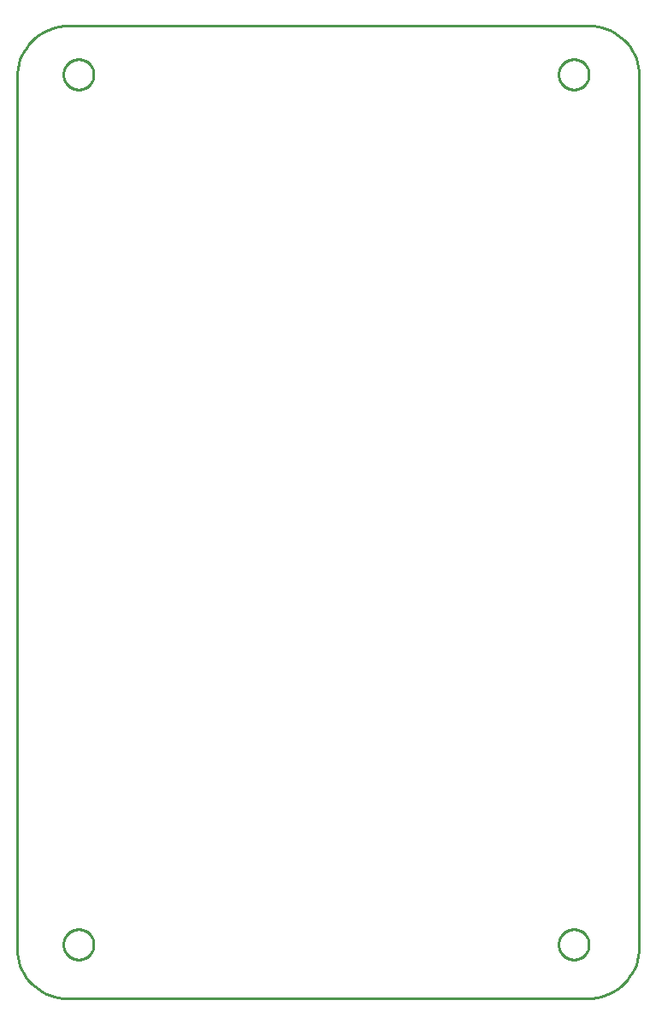
<source format=gbr>
G04 EAGLE Gerber RS-274X export*
G75*
%MOMM*%
%FSLAX34Y34*%
%LPD*%
%IN*%
%IPPOS*%
%AMOC8*
5,1,8,0,0,1.08239X$1,22.5*%
G01*
%ADD10C,0.254000*%


D10*
X312420Y49530D02*
X312608Y45213D01*
X313172Y40929D01*
X314108Y36711D01*
X315407Y32590D01*
X317061Y28598D01*
X319056Y24765D01*
X321377Y21121D01*
X324008Y17693D01*
X326927Y14507D01*
X330113Y11588D01*
X333541Y8957D01*
X337185Y6636D01*
X341018Y4641D01*
X345010Y2987D01*
X349131Y1688D01*
X353349Y752D01*
X357633Y188D01*
X361950Y0D01*
X877570Y0D01*
X881998Y193D01*
X886391Y772D01*
X890718Y1731D01*
X894945Y3064D01*
X899039Y4760D01*
X902970Y6806D01*
X906708Y9187D01*
X910224Y11885D01*
X913491Y14879D01*
X916485Y18146D01*
X919183Y21662D01*
X921564Y25400D01*
X923610Y29331D01*
X925306Y33425D01*
X926639Y37652D01*
X927598Y41979D01*
X928177Y46373D01*
X928370Y50800D01*
X928370Y913130D01*
X928182Y917447D01*
X927618Y921731D01*
X926682Y925949D01*
X925383Y930070D01*
X923729Y934062D01*
X921734Y937895D01*
X919413Y941539D01*
X916782Y944967D01*
X913863Y948153D01*
X910677Y951072D01*
X907249Y953703D01*
X903605Y956024D01*
X899772Y958019D01*
X895780Y959673D01*
X891659Y960972D01*
X887441Y961908D01*
X883157Y962472D01*
X878840Y962660D01*
X363220Y962660D01*
X358793Y962467D01*
X354399Y961888D01*
X350072Y960929D01*
X345845Y959596D01*
X341751Y957900D01*
X337820Y955854D01*
X334082Y953473D01*
X330566Y950775D01*
X327299Y947781D01*
X324305Y944514D01*
X321607Y940998D01*
X319226Y937260D01*
X317180Y933329D01*
X315484Y929235D01*
X314151Y925008D01*
X313192Y920681D01*
X312613Y916288D01*
X312420Y911860D01*
X312420Y49530D01*
X388380Y52804D02*
X388304Y51736D01*
X388151Y50675D01*
X387923Y49628D01*
X387621Y48600D01*
X387247Y47596D01*
X386802Y46621D01*
X386288Y45681D01*
X385709Y44780D01*
X385067Y43922D01*
X384365Y43112D01*
X383608Y42355D01*
X382798Y41653D01*
X381940Y41011D01*
X381039Y40432D01*
X380099Y39918D01*
X379124Y39473D01*
X378120Y39099D01*
X377092Y38797D01*
X376045Y38569D01*
X374984Y38416D01*
X373916Y38340D01*
X372844Y38340D01*
X371776Y38416D01*
X370715Y38569D01*
X369668Y38797D01*
X368640Y39099D01*
X367636Y39473D01*
X366661Y39918D01*
X365721Y40432D01*
X364820Y41011D01*
X363962Y41653D01*
X363152Y42355D01*
X362395Y43112D01*
X361693Y43922D01*
X361051Y44780D01*
X360472Y45681D01*
X359958Y46621D01*
X359513Y47596D01*
X359139Y48600D01*
X358837Y49628D01*
X358609Y50675D01*
X358456Y51736D01*
X358380Y52804D01*
X358380Y53876D01*
X358456Y54944D01*
X358609Y56005D01*
X358837Y57052D01*
X359139Y58080D01*
X359513Y59084D01*
X359958Y60059D01*
X360472Y60999D01*
X361051Y61900D01*
X361693Y62758D01*
X362395Y63568D01*
X363152Y64325D01*
X363962Y65027D01*
X364820Y65669D01*
X365721Y66248D01*
X366661Y66762D01*
X367636Y67207D01*
X368640Y67581D01*
X369668Y67883D01*
X370715Y68111D01*
X371776Y68264D01*
X372844Y68340D01*
X373916Y68340D01*
X374984Y68264D01*
X376045Y68111D01*
X377092Y67883D01*
X378120Y67581D01*
X379124Y67207D01*
X380099Y66762D01*
X381039Y66248D01*
X381940Y65669D01*
X382798Y65027D01*
X383608Y64325D01*
X384365Y63568D01*
X385067Y62758D01*
X385709Y61900D01*
X386288Y60999D01*
X386802Y60059D01*
X387247Y59084D01*
X387621Y58080D01*
X387923Y57052D01*
X388151Y56005D01*
X388304Y54944D01*
X388380Y53876D01*
X388380Y52804D01*
X878600Y52804D02*
X878524Y51736D01*
X878371Y50675D01*
X878143Y49628D01*
X877841Y48600D01*
X877467Y47596D01*
X877022Y46621D01*
X876508Y45681D01*
X875929Y44780D01*
X875287Y43922D01*
X874585Y43112D01*
X873828Y42355D01*
X873018Y41653D01*
X872160Y41011D01*
X871259Y40432D01*
X870319Y39918D01*
X869344Y39473D01*
X868340Y39099D01*
X867312Y38797D01*
X866265Y38569D01*
X865204Y38416D01*
X864136Y38340D01*
X863064Y38340D01*
X861996Y38416D01*
X860935Y38569D01*
X859888Y38797D01*
X858860Y39099D01*
X857856Y39473D01*
X856881Y39918D01*
X855941Y40432D01*
X855040Y41011D01*
X854182Y41653D01*
X853372Y42355D01*
X852615Y43112D01*
X851913Y43922D01*
X851271Y44780D01*
X850692Y45681D01*
X850178Y46621D01*
X849733Y47596D01*
X849359Y48600D01*
X849057Y49628D01*
X848829Y50675D01*
X848676Y51736D01*
X848600Y52804D01*
X848600Y53876D01*
X848676Y54944D01*
X848829Y56005D01*
X849057Y57052D01*
X849359Y58080D01*
X849733Y59084D01*
X850178Y60059D01*
X850692Y60999D01*
X851271Y61900D01*
X851913Y62758D01*
X852615Y63568D01*
X853372Y64325D01*
X854182Y65027D01*
X855040Y65669D01*
X855941Y66248D01*
X856881Y66762D01*
X857856Y67207D01*
X858860Y67581D01*
X859888Y67883D01*
X860935Y68111D01*
X861996Y68264D01*
X863064Y68340D01*
X864136Y68340D01*
X865204Y68264D01*
X866265Y68111D01*
X867312Y67883D01*
X868340Y67581D01*
X869344Y67207D01*
X870319Y66762D01*
X871259Y66248D01*
X872160Y65669D01*
X873018Y65027D01*
X873828Y64325D01*
X874585Y63568D01*
X875287Y62758D01*
X875929Y61900D01*
X876508Y60999D01*
X877022Y60059D01*
X877467Y59084D01*
X877841Y58080D01*
X878143Y57052D01*
X878371Y56005D01*
X878524Y54944D01*
X878600Y53876D01*
X878600Y52804D01*
X878600Y913864D02*
X878524Y912796D01*
X878371Y911735D01*
X878143Y910688D01*
X877841Y909660D01*
X877467Y908656D01*
X877022Y907681D01*
X876508Y906741D01*
X875929Y905840D01*
X875287Y904982D01*
X874585Y904172D01*
X873828Y903415D01*
X873018Y902713D01*
X872160Y902071D01*
X871259Y901492D01*
X870319Y900978D01*
X869344Y900533D01*
X868340Y900159D01*
X867312Y899857D01*
X866265Y899629D01*
X865204Y899476D01*
X864136Y899400D01*
X863064Y899400D01*
X861996Y899476D01*
X860935Y899629D01*
X859888Y899857D01*
X858860Y900159D01*
X857856Y900533D01*
X856881Y900978D01*
X855941Y901492D01*
X855040Y902071D01*
X854182Y902713D01*
X853372Y903415D01*
X852615Y904172D01*
X851913Y904982D01*
X851271Y905840D01*
X850692Y906741D01*
X850178Y907681D01*
X849733Y908656D01*
X849359Y909660D01*
X849057Y910688D01*
X848829Y911735D01*
X848676Y912796D01*
X848600Y913864D01*
X848600Y914936D01*
X848676Y916004D01*
X848829Y917065D01*
X849057Y918112D01*
X849359Y919140D01*
X849733Y920144D01*
X850178Y921119D01*
X850692Y922059D01*
X851271Y922960D01*
X851913Y923818D01*
X852615Y924628D01*
X853372Y925385D01*
X854182Y926087D01*
X855040Y926729D01*
X855941Y927308D01*
X856881Y927822D01*
X857856Y928267D01*
X858860Y928641D01*
X859888Y928943D01*
X860935Y929171D01*
X861996Y929324D01*
X863064Y929400D01*
X864136Y929400D01*
X865204Y929324D01*
X866265Y929171D01*
X867312Y928943D01*
X868340Y928641D01*
X869344Y928267D01*
X870319Y927822D01*
X871259Y927308D01*
X872160Y926729D01*
X873018Y926087D01*
X873828Y925385D01*
X874585Y924628D01*
X875287Y923818D01*
X875929Y922960D01*
X876508Y922059D01*
X877022Y921119D01*
X877467Y920144D01*
X877841Y919140D01*
X878143Y918112D01*
X878371Y917065D01*
X878524Y916004D01*
X878600Y914936D01*
X878600Y913864D01*
X388380Y913864D02*
X388304Y912796D01*
X388151Y911735D01*
X387923Y910688D01*
X387621Y909660D01*
X387247Y908656D01*
X386802Y907681D01*
X386288Y906741D01*
X385709Y905840D01*
X385067Y904982D01*
X384365Y904172D01*
X383608Y903415D01*
X382798Y902713D01*
X381940Y902071D01*
X381039Y901492D01*
X380099Y900978D01*
X379124Y900533D01*
X378120Y900159D01*
X377092Y899857D01*
X376045Y899629D01*
X374984Y899476D01*
X373916Y899400D01*
X372844Y899400D01*
X371776Y899476D01*
X370715Y899629D01*
X369668Y899857D01*
X368640Y900159D01*
X367636Y900533D01*
X366661Y900978D01*
X365721Y901492D01*
X364820Y902071D01*
X363962Y902713D01*
X363152Y903415D01*
X362395Y904172D01*
X361693Y904982D01*
X361051Y905840D01*
X360472Y906741D01*
X359958Y907681D01*
X359513Y908656D01*
X359139Y909660D01*
X358837Y910688D01*
X358609Y911735D01*
X358456Y912796D01*
X358380Y913864D01*
X358380Y914936D01*
X358456Y916004D01*
X358609Y917065D01*
X358837Y918112D01*
X359139Y919140D01*
X359513Y920144D01*
X359958Y921119D01*
X360472Y922059D01*
X361051Y922960D01*
X361693Y923818D01*
X362395Y924628D01*
X363152Y925385D01*
X363962Y926087D01*
X364820Y926729D01*
X365721Y927308D01*
X366661Y927822D01*
X367636Y928267D01*
X368640Y928641D01*
X369668Y928943D01*
X370715Y929171D01*
X371776Y929324D01*
X372844Y929400D01*
X373916Y929400D01*
X374984Y929324D01*
X376045Y929171D01*
X377092Y928943D01*
X378120Y928641D01*
X379124Y928267D01*
X380099Y927822D01*
X381039Y927308D01*
X381940Y926729D01*
X382798Y926087D01*
X383608Y925385D01*
X384365Y924628D01*
X385067Y923818D01*
X385709Y922960D01*
X386288Y922059D01*
X386802Y921119D01*
X387247Y920144D01*
X387621Y919140D01*
X387923Y918112D01*
X388151Y917065D01*
X388304Y916004D01*
X388380Y914936D01*
X388380Y913864D01*
M02*

</source>
